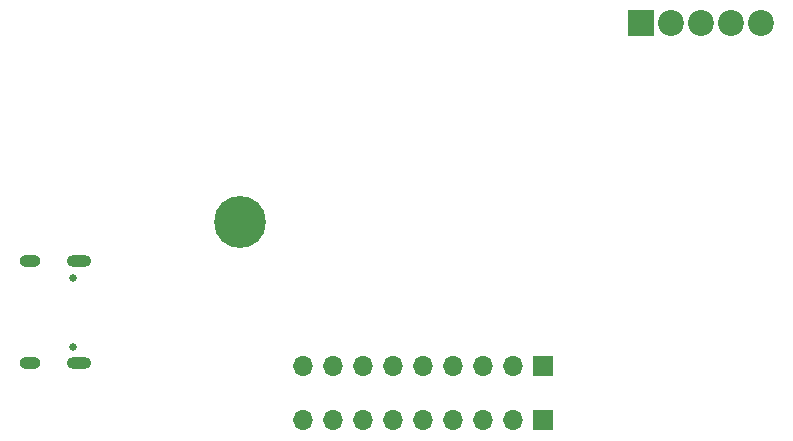
<source format=gbr>
%TF.GenerationSoftware,KiCad,Pcbnew,8.0.5*%
%TF.CreationDate,2024-09-28T10:08:31+02:00*%
%TF.ProjectId,Master,4d617374-6572-42e6-9b69-6361645f7063,rev?*%
%TF.SameCoordinates,Original*%
%TF.FileFunction,Soldermask,Bot*%
%TF.FilePolarity,Negative*%
%FSLAX46Y46*%
G04 Gerber Fmt 4.6, Leading zero omitted, Abs format (unit mm)*
G04 Created by KiCad (PCBNEW 8.0.5) date 2024-09-28 10:08:31*
%MOMM*%
%LPD*%
G01*
G04 APERTURE LIST*
%ADD10C,0.650000*%
%ADD11O,2.100000X1.000000*%
%ADD12O,1.800000X1.000000*%
%ADD13C,0.700000*%
%ADD14C,4.400000*%
%ADD15R,1.700000X1.700000*%
%ADD16O,1.700000X1.700000*%
%ADD17R,2.200000X2.200000*%
%ADD18C,2.200000*%
G04 APERTURE END LIST*
D10*
%TO.C,J1*%
X41507000Y-53804000D03*
X41507000Y-59584000D03*
D11*
X42007000Y-52374000D03*
D12*
X37827000Y-52374000D03*
D11*
X42007000Y-61014000D03*
D12*
X37827000Y-61014000D03*
%TD*%
D13*
%TO.C,H1*%
X57316000Y-49074000D03*
X56832726Y-50240726D03*
X56832726Y-47907274D03*
X55666000Y-50724000D03*
D14*
X55666000Y-49074000D03*
D13*
X55666000Y-47424000D03*
X54499274Y-50240726D03*
X54499274Y-47907274D03*
X54016000Y-49074000D03*
%TD*%
D15*
%TO.C,J5*%
X81320000Y-65838000D03*
D16*
X78780000Y-65838000D03*
X76240000Y-65838000D03*
X73700000Y-65838000D03*
X71160000Y-65838000D03*
X68620000Y-65838000D03*
X66080000Y-65838000D03*
X63540000Y-65838000D03*
X61000000Y-65838000D03*
%TD*%
D15*
%TO.C,J6*%
X81320000Y-61266000D03*
D16*
X78780000Y-61266000D03*
X76240000Y-61266000D03*
X73700000Y-61266000D03*
X71160000Y-61266000D03*
X68620000Y-61266000D03*
X66080000Y-61266000D03*
X63540000Y-61266000D03*
X61000000Y-61266000D03*
%TD*%
D17*
%TO.C,J2*%
X89620000Y-32200000D03*
D18*
X92160000Y-32200000D03*
X94700000Y-32200000D03*
X97240000Y-32200000D03*
X99780000Y-32200000D03*
%TD*%
M02*

</source>
